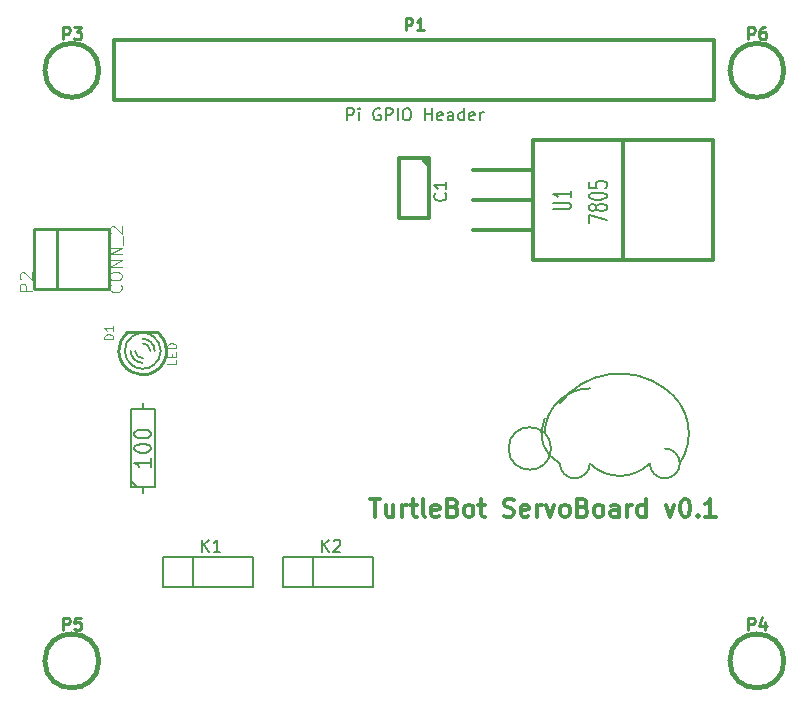
<source format=gto>
G04 (created by PCBNEW (2013-07-07 BZR 4022)-stable) date 1/3/2015 3:59:32 PM*
%MOIN*%
G04 Gerber Fmt 3.4, Leading zero omitted, Abs format*
%FSLAX34Y34*%
G01*
G70*
G90*
G04 APERTURE LIST*
%ADD10C,0.00590551*%
%ADD11C,0.00787402*%
%ADD12C,0.011811*%
%ADD13C,0.008*%
%ADD14C,0.012*%
%ADD15C,0.01*%
%ADD16C,0.006*%
%ADD17C,0.015*%
%ADD18C,0.0108*%
%ADD19C,0.0035*%
G04 APERTURE END LIST*
G54D10*
G54D11*
X66551Y-39554D02*
G75*
G03X67050Y-41054I999J-500D01*
G74*
G01*
X67051Y-41055D02*
G75*
G03X67551Y-41555I500J0D01*
G74*
G01*
X67551Y-41555D02*
G75*
G03X68051Y-41055I0J500D01*
G74*
G01*
X68051Y-41055D02*
G75*
G03X70051Y-41055I1000J1000D01*
G74*
G01*
X70051Y-41055D02*
G75*
G03X70551Y-41555I500J0D01*
G74*
G01*
X70551Y-41555D02*
G75*
G03X71051Y-41055I0J500D01*
G74*
G01*
X71051Y-41055D02*
G75*
G03X70551Y-40555I-500J0D01*
G74*
G01*
X71051Y-41055D02*
G75*
G03X70551Y-38555I-1499J1000D01*
G74*
G01*
X68051Y-38555D02*
G75*
G03X66551Y-40055I0J-1500D01*
G74*
G01*
X70552Y-38555D02*
G75*
G03X67051Y-39054I-1501J-1999D01*
G74*
G01*
X66758Y-40555D02*
G75*
G03X66758Y-40555I-707J0D01*
G74*
G01*
G54D12*
X60714Y-42235D02*
X61052Y-42235D01*
X60883Y-42825D02*
X60883Y-42235D01*
X61502Y-42431D02*
X61502Y-42825D01*
X61249Y-42431D02*
X61249Y-42741D01*
X61277Y-42797D01*
X61333Y-42825D01*
X61417Y-42825D01*
X61474Y-42797D01*
X61502Y-42769D01*
X61783Y-42825D02*
X61783Y-42431D01*
X61783Y-42544D02*
X61811Y-42488D01*
X61839Y-42460D01*
X61895Y-42431D01*
X61952Y-42431D01*
X62064Y-42431D02*
X62289Y-42431D01*
X62149Y-42235D02*
X62149Y-42741D01*
X62177Y-42797D01*
X62233Y-42825D01*
X62289Y-42825D01*
X62570Y-42825D02*
X62514Y-42797D01*
X62486Y-42741D01*
X62486Y-42235D01*
X63020Y-42797D02*
X62964Y-42825D01*
X62852Y-42825D01*
X62795Y-42797D01*
X62767Y-42741D01*
X62767Y-42516D01*
X62795Y-42460D01*
X62852Y-42431D01*
X62964Y-42431D01*
X63020Y-42460D01*
X63048Y-42516D01*
X63048Y-42572D01*
X62767Y-42628D01*
X63498Y-42516D02*
X63583Y-42544D01*
X63611Y-42572D01*
X63639Y-42628D01*
X63639Y-42713D01*
X63611Y-42769D01*
X63583Y-42797D01*
X63526Y-42825D01*
X63302Y-42825D01*
X63302Y-42235D01*
X63498Y-42235D01*
X63555Y-42263D01*
X63583Y-42291D01*
X63611Y-42347D01*
X63611Y-42403D01*
X63583Y-42460D01*
X63555Y-42488D01*
X63498Y-42516D01*
X63302Y-42516D01*
X63976Y-42825D02*
X63920Y-42797D01*
X63892Y-42769D01*
X63864Y-42713D01*
X63864Y-42544D01*
X63892Y-42488D01*
X63920Y-42460D01*
X63976Y-42431D01*
X64061Y-42431D01*
X64117Y-42460D01*
X64145Y-42488D01*
X64173Y-42544D01*
X64173Y-42713D01*
X64145Y-42769D01*
X64117Y-42797D01*
X64061Y-42825D01*
X63976Y-42825D01*
X64342Y-42431D02*
X64567Y-42431D01*
X64426Y-42235D02*
X64426Y-42741D01*
X64455Y-42797D01*
X64511Y-42825D01*
X64567Y-42825D01*
X65186Y-42797D02*
X65270Y-42825D01*
X65411Y-42825D01*
X65467Y-42797D01*
X65495Y-42769D01*
X65523Y-42713D01*
X65523Y-42656D01*
X65495Y-42600D01*
X65467Y-42572D01*
X65411Y-42544D01*
X65298Y-42516D01*
X65242Y-42488D01*
X65214Y-42460D01*
X65186Y-42403D01*
X65186Y-42347D01*
X65214Y-42291D01*
X65242Y-42263D01*
X65298Y-42235D01*
X65439Y-42235D01*
X65523Y-42263D01*
X66001Y-42797D02*
X65945Y-42825D01*
X65832Y-42825D01*
X65776Y-42797D01*
X65748Y-42741D01*
X65748Y-42516D01*
X65776Y-42460D01*
X65832Y-42431D01*
X65945Y-42431D01*
X66001Y-42460D01*
X66029Y-42516D01*
X66029Y-42572D01*
X65748Y-42628D01*
X66282Y-42825D02*
X66282Y-42431D01*
X66282Y-42544D02*
X66311Y-42488D01*
X66339Y-42460D01*
X66395Y-42431D01*
X66451Y-42431D01*
X66592Y-42431D02*
X66732Y-42825D01*
X66873Y-42431D01*
X67182Y-42825D02*
X67126Y-42797D01*
X67098Y-42769D01*
X67070Y-42713D01*
X67070Y-42544D01*
X67098Y-42488D01*
X67126Y-42460D01*
X67182Y-42431D01*
X67267Y-42431D01*
X67323Y-42460D01*
X67351Y-42488D01*
X67379Y-42544D01*
X67379Y-42713D01*
X67351Y-42769D01*
X67323Y-42797D01*
X67267Y-42825D01*
X67182Y-42825D01*
X67829Y-42516D02*
X67913Y-42544D01*
X67942Y-42572D01*
X67970Y-42628D01*
X67970Y-42713D01*
X67942Y-42769D01*
X67913Y-42797D01*
X67857Y-42825D01*
X67632Y-42825D01*
X67632Y-42235D01*
X67829Y-42235D01*
X67885Y-42263D01*
X67913Y-42291D01*
X67942Y-42347D01*
X67942Y-42403D01*
X67913Y-42460D01*
X67885Y-42488D01*
X67829Y-42516D01*
X67632Y-42516D01*
X68307Y-42825D02*
X68251Y-42797D01*
X68223Y-42769D01*
X68195Y-42713D01*
X68195Y-42544D01*
X68223Y-42488D01*
X68251Y-42460D01*
X68307Y-42431D01*
X68392Y-42431D01*
X68448Y-42460D01*
X68476Y-42488D01*
X68504Y-42544D01*
X68504Y-42713D01*
X68476Y-42769D01*
X68448Y-42797D01*
X68392Y-42825D01*
X68307Y-42825D01*
X69010Y-42825D02*
X69010Y-42516D01*
X68982Y-42460D01*
X68926Y-42431D01*
X68813Y-42431D01*
X68757Y-42460D01*
X69010Y-42797D02*
X68954Y-42825D01*
X68813Y-42825D01*
X68757Y-42797D01*
X68729Y-42741D01*
X68729Y-42685D01*
X68757Y-42628D01*
X68813Y-42600D01*
X68954Y-42600D01*
X69010Y-42572D01*
X69291Y-42825D02*
X69291Y-42431D01*
X69291Y-42544D02*
X69320Y-42488D01*
X69348Y-42460D01*
X69404Y-42431D01*
X69460Y-42431D01*
X69910Y-42825D02*
X69910Y-42235D01*
X69910Y-42797D02*
X69854Y-42825D01*
X69741Y-42825D01*
X69685Y-42797D01*
X69657Y-42769D01*
X69629Y-42713D01*
X69629Y-42544D01*
X69657Y-42488D01*
X69685Y-42460D01*
X69741Y-42431D01*
X69854Y-42431D01*
X69910Y-42460D01*
X70585Y-42431D02*
X70726Y-42825D01*
X70866Y-42431D01*
X71204Y-42235D02*
X71260Y-42235D01*
X71316Y-42263D01*
X71344Y-42291D01*
X71372Y-42347D01*
X71401Y-42460D01*
X71401Y-42600D01*
X71372Y-42713D01*
X71344Y-42769D01*
X71316Y-42797D01*
X71260Y-42825D01*
X71204Y-42825D01*
X71147Y-42797D01*
X71119Y-42769D01*
X71091Y-42713D01*
X71063Y-42600D01*
X71063Y-42460D01*
X71091Y-42347D01*
X71119Y-42291D01*
X71147Y-42263D01*
X71204Y-42235D01*
X71654Y-42769D02*
X71682Y-42797D01*
X71654Y-42825D01*
X71625Y-42797D01*
X71654Y-42769D01*
X71654Y-42825D01*
X72244Y-42825D02*
X71907Y-42825D01*
X72075Y-42825D02*
X72075Y-42235D01*
X72019Y-42319D01*
X71963Y-42375D01*
X71907Y-42403D01*
G54D13*
X53149Y-42051D02*
X53149Y-41851D01*
X53149Y-39051D02*
X53149Y-39251D01*
X53149Y-39251D02*
X52749Y-39251D01*
X52749Y-39251D02*
X52749Y-41851D01*
X52749Y-41851D02*
X53549Y-41851D01*
X53549Y-41851D02*
X53549Y-39251D01*
X53549Y-39251D02*
X53149Y-39251D01*
X52949Y-41851D02*
X52749Y-41651D01*
G54D14*
X72204Y-28952D02*
X52204Y-28952D01*
X72204Y-26952D02*
X52204Y-26952D01*
X72204Y-26952D02*
X72204Y-28952D01*
X52204Y-26952D02*
X52204Y-28952D01*
X64173Y-31283D02*
X66173Y-31283D01*
X64173Y-32283D02*
X66173Y-32283D01*
X64173Y-33283D02*
X66173Y-33283D01*
X66173Y-30783D02*
X66173Y-34283D01*
X66173Y-34283D02*
X72173Y-34283D01*
X72173Y-34283D02*
X72173Y-30283D01*
X66173Y-30783D02*
X66173Y-30283D01*
X69173Y-33783D02*
X69173Y-30283D01*
X69173Y-33783D02*
X69173Y-34283D01*
X66173Y-30283D02*
X72173Y-30283D01*
G54D15*
X53649Y-36681D02*
X52649Y-36681D01*
G54D16*
X52765Y-37762D02*
G75*
G03X53149Y-37901I384J460D01*
G74*
G01*
X53149Y-37900D02*
G75*
G03X53547Y-37749I0J599D01*
G74*
G01*
X53149Y-36702D02*
G75*
G03X52759Y-36846I0J-599D01*
G74*
G01*
X53533Y-36840D02*
G75*
G03X53149Y-36701I-384J-460D01*
G74*
G01*
X52800Y-36813D02*
G75*
G03X52549Y-37301I349J-487D01*
G74*
G01*
X52549Y-37301D02*
G75*
G03X52789Y-37781I600J0D01*
G74*
G01*
X53748Y-37301D02*
G75*
G03X53517Y-36828I-599J0D01*
G74*
G01*
X53518Y-37775D02*
G75*
G03X53749Y-37301I-368J473D01*
G74*
G01*
X52899Y-37301D02*
G75*
G03X53149Y-37551I250J0D01*
G74*
G01*
X52749Y-37301D02*
G75*
G03X53149Y-37701I400J0D01*
G74*
G01*
X53399Y-37301D02*
G75*
G03X53149Y-37051I-250J0D01*
G74*
G01*
X53549Y-37301D02*
G75*
G03X53149Y-36901I-400J0D01*
G74*
G01*
G54D15*
X52636Y-36687D02*
G75*
G03X52349Y-37301I513J-613D01*
G74*
G01*
X52350Y-37301D02*
G75*
G03X52773Y-38006I799J0D01*
G74*
G01*
X53948Y-37300D02*
G75*
G03X53665Y-36691I-798J-1D01*
G74*
G01*
X53547Y-37995D02*
G75*
G03X53949Y-37301I-397J694D01*
G74*
G01*
X52770Y-38005D02*
G75*
G03X53149Y-38101I379J704D01*
G74*
G01*
X53149Y-38101D02*
G75*
G03X53568Y-37982I0J799D01*
G74*
G01*
G54D14*
X62704Y-30909D02*
X62704Y-32889D01*
X62704Y-32889D02*
X61704Y-32889D01*
X61704Y-32889D02*
X61704Y-30889D01*
X61704Y-30889D02*
X62704Y-30889D01*
X62454Y-30889D02*
X62704Y-31139D01*
G54D16*
X53826Y-45181D02*
X53826Y-44181D01*
X53826Y-44181D02*
X56826Y-44181D01*
X56826Y-44181D02*
X56826Y-45181D01*
X56826Y-45181D02*
X53826Y-45181D01*
X54826Y-44181D02*
X54826Y-45181D01*
X57826Y-45181D02*
X57826Y-44181D01*
X57826Y-44181D02*
X60826Y-44181D01*
X60826Y-44181D02*
X60826Y-45181D01*
X60826Y-45181D02*
X57826Y-45181D01*
X58826Y-44181D02*
X58826Y-45181D01*
G54D17*
X51687Y-27952D02*
G75*
G03X51687Y-27952I-900J0D01*
G74*
G01*
X51687Y-47637D02*
G75*
G03X51687Y-47637I-900J0D01*
G74*
G01*
X74522Y-47637D02*
G75*
G03X74522Y-47637I-900J0D01*
G74*
G01*
G54D15*
X50287Y-33251D02*
X50287Y-35251D01*
X52037Y-33251D02*
X52037Y-35251D01*
X49537Y-35251D02*
X49537Y-33251D01*
X49537Y-35251D02*
X52037Y-35251D01*
X49537Y-33251D02*
X52037Y-33251D01*
G54D17*
X74522Y-27952D02*
G75*
G03X74522Y-27952I-900J0D01*
G74*
G01*
G54D13*
X53422Y-40884D02*
X53422Y-41170D01*
X53422Y-41027D02*
X52872Y-41027D01*
X52950Y-41074D01*
X53003Y-41122D01*
X53029Y-41170D01*
X52872Y-40574D02*
X52872Y-40527D01*
X52898Y-40479D01*
X52924Y-40455D01*
X52976Y-40432D01*
X53081Y-40408D01*
X53212Y-40408D01*
X53317Y-40432D01*
X53369Y-40455D01*
X53396Y-40479D01*
X53422Y-40527D01*
X53422Y-40574D01*
X53396Y-40622D01*
X53369Y-40646D01*
X53317Y-40670D01*
X53212Y-40694D01*
X53081Y-40694D01*
X52976Y-40670D01*
X52924Y-40646D01*
X52898Y-40622D01*
X52872Y-40574D01*
X52872Y-40098D02*
X52872Y-40051D01*
X52898Y-40003D01*
X52924Y-39979D01*
X52976Y-39955D01*
X53081Y-39932D01*
X53212Y-39932D01*
X53317Y-39955D01*
X53369Y-39979D01*
X53396Y-40003D01*
X53422Y-40051D01*
X53422Y-40098D01*
X53396Y-40146D01*
X53369Y-40170D01*
X53317Y-40194D01*
X53212Y-40217D01*
X53081Y-40217D01*
X52976Y-40194D01*
X52924Y-40170D01*
X52898Y-40146D01*
X52872Y-40098D01*
G54D15*
X61909Y-26614D02*
X61909Y-26214D01*
X62061Y-26214D01*
X62099Y-26233D01*
X62119Y-26252D01*
X62138Y-26290D01*
X62138Y-26347D01*
X62119Y-26386D01*
X62099Y-26405D01*
X62061Y-26424D01*
X61909Y-26424D01*
X62519Y-26614D02*
X62290Y-26614D01*
X62404Y-26614D02*
X62404Y-26214D01*
X62366Y-26271D01*
X62328Y-26309D01*
X62290Y-26328D01*
G54D18*
G54D13*
X59957Y-29614D02*
X59957Y-29214D01*
X60109Y-29214D01*
X60147Y-29233D01*
X60166Y-29252D01*
X60185Y-29290D01*
X60185Y-29347D01*
X60166Y-29386D01*
X60147Y-29405D01*
X60109Y-29424D01*
X59957Y-29424D01*
X60357Y-29614D02*
X60357Y-29347D01*
X60357Y-29214D02*
X60338Y-29233D01*
X60357Y-29252D01*
X60376Y-29233D01*
X60357Y-29214D01*
X60357Y-29252D01*
X61061Y-29233D02*
X61023Y-29214D01*
X60966Y-29214D01*
X60909Y-29233D01*
X60871Y-29271D01*
X60852Y-29309D01*
X60833Y-29386D01*
X60833Y-29443D01*
X60852Y-29519D01*
X60871Y-29557D01*
X60909Y-29595D01*
X60966Y-29614D01*
X61004Y-29614D01*
X61061Y-29595D01*
X61080Y-29576D01*
X61080Y-29443D01*
X61004Y-29443D01*
X61252Y-29614D02*
X61252Y-29214D01*
X61404Y-29214D01*
X61442Y-29233D01*
X61461Y-29252D01*
X61480Y-29290D01*
X61480Y-29347D01*
X61461Y-29386D01*
X61442Y-29405D01*
X61404Y-29424D01*
X61252Y-29424D01*
X61652Y-29614D02*
X61652Y-29214D01*
X61919Y-29214D02*
X61995Y-29214D01*
X62033Y-29233D01*
X62071Y-29271D01*
X62090Y-29347D01*
X62090Y-29481D01*
X62071Y-29557D01*
X62033Y-29595D01*
X61995Y-29614D01*
X61919Y-29614D01*
X61880Y-29595D01*
X61842Y-29557D01*
X61823Y-29481D01*
X61823Y-29347D01*
X61842Y-29271D01*
X61880Y-29233D01*
X61919Y-29214D01*
X62566Y-29614D02*
X62566Y-29214D01*
X62566Y-29405D02*
X62795Y-29405D01*
X62795Y-29614D02*
X62795Y-29214D01*
X63138Y-29595D02*
X63099Y-29614D01*
X63023Y-29614D01*
X62985Y-29595D01*
X62966Y-29557D01*
X62966Y-29405D01*
X62985Y-29367D01*
X63023Y-29347D01*
X63099Y-29347D01*
X63138Y-29367D01*
X63157Y-29405D01*
X63157Y-29443D01*
X62966Y-29481D01*
X63499Y-29614D02*
X63499Y-29405D01*
X63480Y-29367D01*
X63442Y-29347D01*
X63366Y-29347D01*
X63328Y-29367D01*
X63499Y-29595D02*
X63461Y-29614D01*
X63366Y-29614D01*
X63328Y-29595D01*
X63309Y-29557D01*
X63309Y-29519D01*
X63328Y-29481D01*
X63366Y-29462D01*
X63461Y-29462D01*
X63499Y-29443D01*
X63861Y-29614D02*
X63861Y-29214D01*
X63861Y-29595D02*
X63823Y-29614D01*
X63747Y-29614D01*
X63709Y-29595D01*
X63690Y-29576D01*
X63671Y-29538D01*
X63671Y-29424D01*
X63690Y-29386D01*
X63709Y-29367D01*
X63747Y-29347D01*
X63823Y-29347D01*
X63861Y-29367D01*
X64204Y-29595D02*
X64166Y-29614D01*
X64090Y-29614D01*
X64052Y-29595D01*
X64033Y-29557D01*
X64033Y-29405D01*
X64052Y-29367D01*
X64090Y-29347D01*
X64166Y-29347D01*
X64204Y-29367D01*
X64223Y-29405D01*
X64223Y-29443D01*
X64033Y-29481D01*
X64395Y-29614D02*
X64395Y-29347D01*
X64395Y-29424D02*
X64414Y-29386D01*
X64433Y-29367D01*
X64471Y-29347D01*
X64509Y-29347D01*
X66816Y-32588D02*
X67301Y-32588D01*
X67358Y-32569D01*
X67387Y-32550D01*
X67416Y-32512D01*
X67416Y-32435D01*
X67387Y-32397D01*
X67358Y-32378D01*
X67301Y-32359D01*
X66816Y-32359D01*
X67416Y-31959D02*
X67416Y-32188D01*
X67416Y-32073D02*
X66816Y-32073D01*
X66901Y-32112D01*
X66958Y-32150D01*
X66987Y-32188D01*
X68016Y-33038D02*
X68016Y-32771D01*
X68616Y-32942D01*
X68273Y-32562D02*
X68244Y-32600D01*
X68216Y-32619D01*
X68158Y-32638D01*
X68130Y-32638D01*
X68073Y-32619D01*
X68044Y-32600D01*
X68016Y-32562D01*
X68016Y-32485D01*
X68044Y-32447D01*
X68073Y-32428D01*
X68130Y-32409D01*
X68158Y-32409D01*
X68216Y-32428D01*
X68244Y-32447D01*
X68273Y-32485D01*
X68273Y-32562D01*
X68301Y-32600D01*
X68330Y-32619D01*
X68387Y-32638D01*
X68501Y-32638D01*
X68558Y-32619D01*
X68587Y-32600D01*
X68616Y-32562D01*
X68616Y-32485D01*
X68587Y-32447D01*
X68558Y-32428D01*
X68501Y-32409D01*
X68387Y-32409D01*
X68330Y-32428D01*
X68301Y-32447D01*
X68273Y-32485D01*
X68016Y-32162D02*
X68016Y-32123D01*
X68044Y-32085D01*
X68073Y-32066D01*
X68130Y-32047D01*
X68244Y-32028D01*
X68387Y-32028D01*
X68501Y-32047D01*
X68558Y-32066D01*
X68587Y-32085D01*
X68616Y-32123D01*
X68616Y-32162D01*
X68587Y-32200D01*
X68558Y-32219D01*
X68501Y-32238D01*
X68387Y-32257D01*
X68244Y-32257D01*
X68130Y-32238D01*
X68073Y-32219D01*
X68044Y-32200D01*
X68016Y-32162D01*
X68016Y-31666D02*
X68016Y-31857D01*
X68301Y-31876D01*
X68273Y-31857D01*
X68244Y-31819D01*
X68244Y-31723D01*
X68273Y-31685D01*
X68301Y-31666D01*
X68358Y-31647D01*
X68501Y-31647D01*
X68558Y-31666D01*
X68587Y-31685D01*
X68616Y-31723D01*
X68616Y-31819D01*
X68587Y-31857D01*
X68558Y-31876D01*
G54D19*
X52171Y-36923D02*
X51871Y-36923D01*
X51871Y-36851D01*
X51885Y-36808D01*
X51913Y-36780D01*
X51942Y-36765D01*
X51999Y-36751D01*
X52042Y-36751D01*
X52099Y-36765D01*
X52128Y-36780D01*
X52156Y-36808D01*
X52171Y-36851D01*
X52171Y-36923D01*
X52171Y-36465D02*
X52171Y-36637D01*
X52171Y-36551D02*
X51871Y-36551D01*
X51913Y-36580D01*
X51942Y-36608D01*
X51956Y-36637D01*
X54271Y-37594D02*
X54271Y-37737D01*
X53971Y-37737D01*
X54113Y-37494D02*
X54113Y-37394D01*
X54271Y-37351D02*
X54271Y-37494D01*
X53971Y-37494D01*
X53971Y-37351D01*
X54271Y-37223D02*
X53971Y-37223D01*
X53971Y-37151D01*
X53985Y-37108D01*
X54013Y-37080D01*
X54042Y-37065D01*
X54099Y-37051D01*
X54142Y-37051D01*
X54199Y-37065D01*
X54228Y-37080D01*
X54256Y-37108D01*
X54271Y-37151D01*
X54271Y-37223D01*
G54D13*
X63228Y-32056D02*
X63247Y-32075D01*
X63266Y-32132D01*
X63266Y-32170D01*
X63247Y-32227D01*
X63209Y-32265D01*
X63171Y-32285D01*
X63095Y-32304D01*
X63038Y-32304D01*
X62961Y-32285D01*
X62923Y-32265D01*
X62885Y-32227D01*
X62866Y-32170D01*
X62866Y-32132D01*
X62885Y-32075D01*
X62904Y-32056D01*
X63266Y-31675D02*
X63266Y-31904D01*
X63266Y-31789D02*
X62866Y-31789D01*
X62923Y-31827D01*
X62961Y-31865D01*
X62980Y-31904D01*
G54D16*
X55131Y-43993D02*
X55131Y-43593D01*
X55360Y-43993D02*
X55188Y-43764D01*
X55360Y-43593D02*
X55131Y-43821D01*
X55741Y-43993D02*
X55512Y-43993D01*
X55626Y-43993D02*
X55626Y-43593D01*
X55588Y-43650D01*
X55550Y-43688D01*
X55512Y-43707D01*
X59131Y-43993D02*
X59131Y-43593D01*
X59360Y-43993D02*
X59188Y-43764D01*
X59360Y-43593D02*
X59131Y-43821D01*
X59512Y-43631D02*
X59531Y-43612D01*
X59569Y-43593D01*
X59664Y-43593D01*
X59702Y-43612D01*
X59722Y-43631D01*
X59741Y-43669D01*
X59741Y-43707D01*
X59722Y-43764D01*
X59493Y-43993D01*
X59741Y-43993D01*
G54D15*
X50492Y-26914D02*
X50492Y-26514D01*
X50644Y-26514D01*
X50682Y-26533D01*
X50701Y-26552D01*
X50720Y-26590D01*
X50720Y-26647D01*
X50701Y-26686D01*
X50682Y-26705D01*
X50644Y-26724D01*
X50492Y-26724D01*
X50854Y-26514D02*
X51101Y-26514D01*
X50968Y-26667D01*
X51025Y-26667D01*
X51063Y-26686D01*
X51082Y-26705D01*
X51101Y-26743D01*
X51101Y-26838D01*
X51082Y-26876D01*
X51063Y-26895D01*
X51025Y-26914D01*
X50911Y-26914D01*
X50873Y-26895D01*
X50854Y-26876D01*
X50492Y-46599D02*
X50492Y-46199D01*
X50644Y-46199D01*
X50682Y-46218D01*
X50701Y-46237D01*
X50720Y-46275D01*
X50720Y-46333D01*
X50701Y-46371D01*
X50682Y-46390D01*
X50644Y-46409D01*
X50492Y-46409D01*
X51082Y-46199D02*
X50892Y-46199D01*
X50873Y-46390D01*
X50892Y-46371D01*
X50930Y-46352D01*
X51025Y-46352D01*
X51063Y-46371D01*
X51082Y-46390D01*
X51101Y-46428D01*
X51101Y-46523D01*
X51082Y-46561D01*
X51063Y-46580D01*
X51025Y-46599D01*
X50930Y-46599D01*
X50892Y-46580D01*
X50873Y-46561D01*
X73326Y-46599D02*
X73326Y-46199D01*
X73479Y-46199D01*
X73517Y-46218D01*
X73536Y-46237D01*
X73555Y-46275D01*
X73555Y-46333D01*
X73536Y-46371D01*
X73517Y-46390D01*
X73479Y-46409D01*
X73326Y-46409D01*
X73898Y-46333D02*
X73898Y-46599D01*
X73803Y-46180D02*
X73707Y-46466D01*
X73955Y-46466D01*
G54D19*
X49449Y-35297D02*
X49049Y-35297D01*
X49049Y-35144D01*
X49068Y-35106D01*
X49087Y-35087D01*
X49125Y-35068D01*
X49182Y-35068D01*
X49220Y-35087D01*
X49239Y-35106D01*
X49258Y-35144D01*
X49258Y-35297D01*
X49087Y-34916D02*
X49068Y-34897D01*
X49049Y-34859D01*
X49049Y-34763D01*
X49068Y-34725D01*
X49087Y-34706D01*
X49125Y-34687D01*
X49163Y-34687D01*
X49220Y-34706D01*
X49449Y-34935D01*
X49449Y-34687D01*
X52411Y-35099D02*
X52430Y-35118D01*
X52449Y-35175D01*
X52449Y-35213D01*
X52430Y-35271D01*
X52392Y-35309D01*
X52354Y-35328D01*
X52277Y-35347D01*
X52220Y-35347D01*
X52144Y-35328D01*
X52106Y-35309D01*
X52068Y-35271D01*
X52049Y-35213D01*
X52049Y-35175D01*
X52068Y-35118D01*
X52087Y-35099D01*
X52049Y-34851D02*
X52049Y-34775D01*
X52068Y-34737D01*
X52106Y-34699D01*
X52182Y-34680D01*
X52315Y-34680D01*
X52392Y-34699D01*
X52430Y-34737D01*
X52449Y-34775D01*
X52449Y-34851D01*
X52430Y-34890D01*
X52392Y-34928D01*
X52315Y-34947D01*
X52182Y-34947D01*
X52106Y-34928D01*
X52068Y-34890D01*
X52049Y-34851D01*
X52449Y-34509D02*
X52049Y-34509D01*
X52449Y-34280D01*
X52049Y-34280D01*
X52449Y-34090D02*
X52049Y-34090D01*
X52449Y-33861D01*
X52049Y-33861D01*
X52487Y-33766D02*
X52487Y-33461D01*
X52087Y-33385D02*
X52068Y-33366D01*
X52049Y-33328D01*
X52049Y-33232D01*
X52068Y-33194D01*
X52087Y-33175D01*
X52125Y-33156D01*
X52163Y-33156D01*
X52220Y-33175D01*
X52449Y-33404D01*
X52449Y-33156D01*
G54D15*
X73326Y-26914D02*
X73326Y-26514D01*
X73479Y-26514D01*
X73517Y-26533D01*
X73536Y-26552D01*
X73555Y-26590D01*
X73555Y-26647D01*
X73536Y-26686D01*
X73517Y-26705D01*
X73479Y-26724D01*
X73326Y-26724D01*
X73898Y-26514D02*
X73822Y-26514D01*
X73783Y-26533D01*
X73764Y-26552D01*
X73726Y-26609D01*
X73707Y-26686D01*
X73707Y-26838D01*
X73726Y-26876D01*
X73745Y-26895D01*
X73783Y-26914D01*
X73860Y-26914D01*
X73898Y-26895D01*
X73917Y-26876D01*
X73936Y-26838D01*
X73936Y-26743D01*
X73917Y-26705D01*
X73898Y-26686D01*
X73860Y-26667D01*
X73783Y-26667D01*
X73745Y-26686D01*
X73726Y-26705D01*
X73707Y-26743D01*
M02*

</source>
